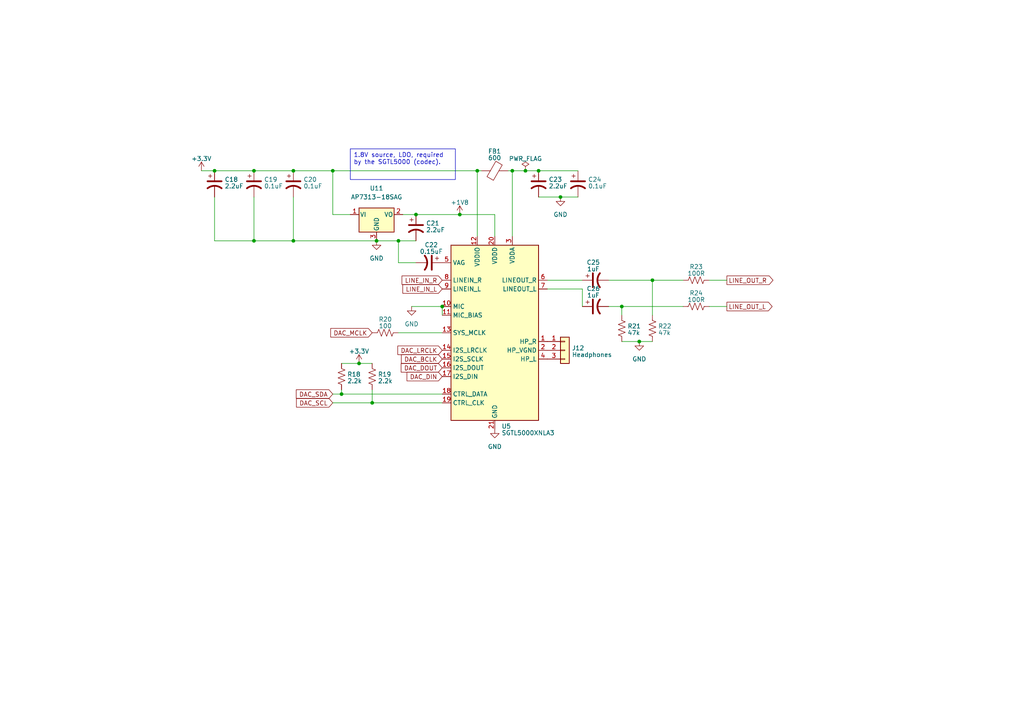
<source format=kicad_sch>
(kicad_sch (version 20250114) (generator "eeschema") (generator_version "9.0")
  (paper "A4")
  (lib_symbols
    (symbol "Audio:SGTL5000XNLA3"
      (property "Reference" "U" (at 0 0 0))
      (property "Value" "SGTL5000XNLA3" (at -5.08 -27.94 0))
      (symbol "SGTL5000XNLA3_0_1"
        (rectangle (start -12.7 25.4) (end 12.7 -25.4) (stroke (width 0.254)) (fill (type background)))
      )
      (symbol "SGTL5000XNLA3_1_1"
        (pin passive line (at -15.24 20.32 0) (length 2.54) (name "VAG") (number "5"))
        (pin input line (at -15.24 15.24 0) (length 2.54) (name "LINEIN_R") (number "8"))
        (pin input line (at -15.24 12.7 0) (length 2.54) (name "LINEIN_L") (number "9"))
        (pin input line (at -15.24 7.62 0) (length 2.54) (name "MIC") (number "10"))
        (pin input line (at -15.24 5.08 0) (length 2.54) (name "MIC_BIAS") (number "11"))
        (pin input line (at -15.24 0 0) (length 2.54) (name "SYS_MCLK") (number "13"))
        (pin input line (at -15.24 -5.08 0) (length 2.54) (name "I2S_LRCLK") (number "14"))
        (pin input line (at -15.24 -7.62 0) (length 2.54) (name "I2S_SCLK") (number "15"))
        (pin output line (at -15.24 -10.16 0) (length 2.54) (name "I2S_DOUT") (number "16"))
        (pin input line (at -15.24 -12.7 0) (length 2.54) (name "I2S_DIN") (number "17"))
        (pin input line (at -15.24 -17.78 0) (length 2.54) (name "CTRL_DATA") (number "18"))
        (pin input line (at -15.24 -20.32 0) (length 2.54) (name "CTRL_CLK") (number "19"))
        (pin power_in line (at -5.08 27.94 270) (length 2.54) (name "VDDIO") (number "12"))
        (pin power_in line (at 0 27.94 270) (length 2.54) (name "VDDD") (number "20"))
        (pin power_in line (at 0 -27.94 90) (length 2.54) (name "GND") (number "21"))
        (pin power_in line (at 5.08 27.94 270) (length 2.54) (name "VDDA") (number "3"))
        (pin output line (at 15.24 15.24 180) (length 2.54) (name "LINEOUT_R") (number "6"))
        (pin output line (at 15.24 12.7 180) (length 2.54) (name "LINEOUT_L") (number "7"))
        (pin output line (at 15.24 -2.54 180) (length 2.54) (name "HP_R") (number "1"))
        (pin power_out line (at 15.24 -5.08 180) (length 2.54) (name "HP_VGND") (number "2"))
        (pin output line (at 15.24 -7.62 180) (length 2.54) (name "HP_L") (number "4"))
      )
    )
    (symbol "Connector_Generic:Conn_01x03" (pin_names (offset 1.016) (hide yes))
      (property "Reference" "J" (at 0 5.08 0))
      (property "Value" "Conn_01x03" (at 0 -5.08 0))
      (symbol "Conn_01x03_1_1"
        (rectangle (start -1.27 3.81) (end 1.27 -3.81) (stroke (width 0.254)) (fill (type background)))
        (rectangle (start -1.27 2.667) (end 0 2.413) (stroke (width 0.1524)))
        (rectangle (start -1.27 0.127) (end 0 -0.127) (stroke (width 0.1524)))
        (rectangle (start -1.27 -2.413) (end 0 -2.667) (stroke (width 0.1524)))
        (pin passive line (at -5.08 2.54 0) (length 3.81) (name "Pin_1") (number "1"))
        (pin passive line (at -5.08 0 0) (length 3.81) (name "Pin_2") (number "2"))
        (pin passive line (at -5.08 -2.54 0) (length 3.81) (name "Pin_3") (number "3"))
      )
    )
    (symbol "Device:C_Polarized_US" (pin_numbers (hide yes)) (pin_names (offset 0.254) (hide yes))
      (property "Reference" "C" (at 0.635 2.54 0))
      (property "Value" "C_Polarized_US" (at 0.635 -2.54 0))
      (symbol "C_Polarized_US_0_1"
        (polyline (pts (xy -2.032 0.762) (xy 2.032 0.762)) (stroke (width 0.508)))
        (polyline (pts (xy -1.778 2.286) (xy -0.762 2.286)))
        (polyline (pts (xy -1.27 1.778) (xy -1.27 2.794)))
        (arc (start -2.032 -1.27) (mid 0 -0.5572) (end 2.032 -1.27) (stroke (width 0.508)))
      )
      (symbol "C_Polarized_US_1_1"
        (pin passive line (at 0 3.81 270) (length 2.794) (name "~") (number "1"))
        (pin passive line (at 0 -3.81 90) (length 3.302) (name "~") (number "2"))
      )
    )
    (symbol "Device:FerriteBead" (pin_numbers (hide yes)) (pin_names (offset 0))
      (property "Reference" "FB" (at -3.81 0.635 90))
      (property "Value" "FerriteBead" (at 3.81 0 90))
      (symbol "FerriteBead_0_1"
        (polyline (pts (xy -2.7686 0.4064) (xy -1.7018 2.2606) (xy 2.7686 -0.3048) (xy 1.6764 -2.159) (xy -2.7686 0.4064)))
        (polyline (pts (xy 0 1.27) (xy 0 1.2954)))
        (polyline (pts (xy 0 -1.27) (xy 0 -1.2192)))
      )
      (symbol "FerriteBead_1_1"
        (pin passive line (at 0 3.81 270) (length 2.54) (name "~") (number "1"))
        (pin passive line (at 0 -3.81 90) (length 2.54) (name "~") (number "2"))
      )
    )
    (symbol "Device:R_US" (pin_numbers (hide yes)) (pin_names (offset 0))
      (property "Reference" "R" (at 2.54 0 90))
      (property "Value" "R_US" (at -2.54 0 90))
      (symbol "R_US_0_1"
        (polyline (pts (xy 0 2.286) (xy 0 2.54)))
        (polyline (pts (xy 0 2.286) (xy 1.016 1.905) (xy 0 1.524) (xy -1.016 1.143) (xy 0 0.762)))
        (polyline (pts (xy 0 0.762) (xy 1.016 0.381) (xy 0 0) (xy -1.016 -0.381) (xy 0 -0.762)))
        (polyline (pts (xy 0 -0.762) (xy 1.016 -1.143) (xy 0 -1.524) (xy -1.016 -1.905) (xy 0 -2.286)))
        (polyline (pts (xy 0 -2.286) (xy 0 -2.54)))
      )
      (symbol "R_US_1_1"
        (pin passive line (at 0 3.81 270) (length 1.27) (name "~") (number "1"))
        (pin passive line (at 0 -3.81 90) (length 1.27) (name "~") (number "2"))
      )
    )
    (symbol "Regulator_Linear:SPX2920M3-3.3_SOT223" (pin_names (offset 0.254))
      (property "Reference" "U4" (at 0 7.62 0))
      (property "Value" "AP7333-33SRG" (at 0 5.08 0))
      (symbol "SPX2920M3-3.3_SOT223_0_1"
        (rectangle (start -5.08 -5.08) (end 5.08 1.905) (stroke (width 0.254)) (fill (type background)))
      )
      (symbol "SPX2920M3-3.3_SOT223_1_1"
        (pin power_in line (at -7.62 0 0) (length 2.54) (name "VI") (number "1"))
        (pin power_in line (at 0 -7.62 90) (length 2.54) (name "GND") (number "3"))
        (pin power_out line (at 7.62 0 180) (length 2.54) (name "VO") (number "2"))
      )
    )
    (symbol "power:+1V8" (power) (pin_names (offset 0))
      (property "Value" "+1V8" (at 0 3.556 0))
      (symbol "+1V8_0_1"
        (polyline (pts (xy -0.762 1.27) (xy 0 2.54)))
        (polyline (pts (xy 0 2.54) (xy 0.762 1.27)))
        (polyline (pts (xy 0 0) (xy 0 2.54)))
      )
      (symbol "+1V8_1_1"
        (pin power_in line (at 0 0 90) (length 0) (hide yes) (name "+1V8") (number "1"))
      )
    )
    (symbol "power:+3.3V" (power) (pin_names (offset 0))
      (property "Value" "+3.3V" (at 0 3.556 0))
      (symbol "+3.3V_0_1"
        (polyline (pts (xy -0.762 1.27) (xy 0 2.54)))
        (polyline (pts (xy 0 2.54) (xy 0.762 1.27)))
        (polyline (pts (xy 0 0) (xy 0 2.54)))
      )
      (symbol "+3.3V_1_1"
        (pin power_in line (at 0 0 90) (length 0) (hide yes) (name "+3.3V") (number "1"))
      )
    )
    (symbol "power:GND" (power) (pin_names (offset 0))
      (property "Value" "GND" (at 0 -3.81 0))
      (symbol "GND_0_1"
        (polyline (pts (xy 0 0) (xy 0 -1.27) (xy 1.27 -1.27) (xy 0 -2.54) (xy -1.27 -1.27) (xy 0 -1.27)))
      )
      (symbol "GND_1_1"
        (pin power_in line (at 0 0 270) (length 0) (hide yes) (name "GND") (number "1"))
      )
    )
    (symbol "power:PWR_FLAG" (power) (pin_numbers (hide yes)) (pin_names (offset 0) (hide yes))
      (property "Value" "PWR_FLAG" (at 0 3.81 0))
      (symbol "PWR_FLAG_0_0"
        (pin power_out line (at 0 0 90) (length 0) (name "pwr") (number "1"))
      )
      (symbol "PWR_FLAG_0_1"
        (polyline (pts (xy 0 0) (xy 0 1.27) (xy -1.016 1.905) (xy 0 2.54) (xy 1.016 1.905) (xy 0 1.27)))
      )
    )
  )
  (text_box "1.8V source, LDO, required by the SGTL5000 (codec)." (at 101.6 43.18 0) (size 30.48 8.89) (margins 0.9525 0.9525 0.9525 0.9525) (effects (font (size 1.27 1.27)) (justify left top)))
  (junction (at 152.4 49.53))
  (junction (at 85.09 49.53))
  (junction (at 138.43 49.53))
  (junction (at 148.59 49.53))
  (junction (at 73.66 49.53))
  (junction (at 120.65 62.23))
  (junction (at 156.21 49.53))
  (junction (at 62.23 49.53))
  (junction (at 185.42 99.06))
  (junction (at 128.27 88.9))
  (junction (at 109.22 69.85))
  (junction (at 107.95 116.84))
  (junction (at 162.56 57.15))
  (junction (at 99.06 114.3))
  (junction (at 115.57 69.85))
  (junction (at 104.14 105.41))
  (junction (at 96.52 49.53))
  (junction (at 189.23 81.28))
  (junction (at 73.66 69.85))
  (junction (at 133.35 62.23))
  (junction (at 180.34 88.9))
  (junction (at 85.09 69.85))
  (wire (pts (xy 62.23 49.53) (xy 73.66 49.53)))
  (wire (pts (xy 116.84 62.23) (xy 120.65 62.23)))
  (wire (pts (xy 180.34 88.9) (xy 180.34 91.44)))
  (wire (pts (xy 143.51 62.23) (xy 143.51 68.58)))
  (wire (pts (xy 133.35 62.23) (xy 143.51 62.23)))
  (wire (pts (xy 120.65 76.2) (xy 115.57 76.2)))
  (wire (pts (xy 58.42 49.53) (xy 62.23 49.53)))
  (wire (pts (xy 180.34 88.9) (xy 198.12 88.9)))
  (wire (pts (xy 148.59 49.53) (xy 148.59 68.58)))
  (wire (pts (xy 148.59 49.53) (xy 152.4 49.53)))
  (wire (pts (xy 115.57 69.85) (xy 120.65 69.85)))
  (wire (pts (xy 109.22 69.85) (xy 115.57 69.85)))
  (wire (pts (xy 189.23 81.28) (xy 189.23 91.44)))
  (wire (pts (xy 162.56 57.15) (xy 167.64 57.15)))
  (wire (pts (xy 176.53 81.28) (xy 189.23 81.28)))
  (wire (pts (xy 107.95 113.03) (xy 107.95 116.84)))
  (wire (pts (xy 147.32 49.53) (xy 148.59 49.53)))
  (wire (pts (xy 115.57 96.52) (xy 128.27 96.52)))
  (wire (pts (xy 85.09 57.15) (xy 85.09 69.85)))
  (wire (pts (xy 99.06 113.03) (xy 99.06 114.3)))
  (wire (pts (xy 73.66 49.53) (xy 85.09 49.53)))
  (wire (pts (xy 62.23 69.85) (xy 73.66 69.85)))
  (wire (pts (xy 168.91 88.9) (xy 168.91 83.82)))
  (wire (pts (xy 158.75 83.82) (xy 168.91 83.82)))
  (wire (pts (xy 128.27 88.9) (xy 128.27 91.44)))
  (wire (pts (xy 101.6 62.23) (xy 96.52 62.23)))
  (wire (pts (xy 119.38 88.9) (xy 128.27 88.9)))
  (wire (pts (xy 115.57 76.2) (xy 115.57 69.85)))
  (wire (pts (xy 73.66 69.85) (xy 85.09 69.85)))
  (wire (pts (xy 96.52 62.23) (xy 96.52 49.53)))
  (wire (pts (xy 104.14 105.41) (xy 107.95 105.41)))
  (wire (pts (xy 107.95 116.84) (xy 128.27 116.84)))
  (wire (pts (xy 96.52 49.53) (xy 138.43 49.53)))
  (wire (pts (xy 138.43 49.53) (xy 139.7 49.53)))
  (wire (pts (xy 120.65 62.23) (xy 133.35 62.23)))
  (wire (pts (xy 73.66 57.15) (xy 73.66 69.85)))
  (wire (pts (xy 156.21 57.15) (xy 162.56 57.15)))
  (wire (pts (xy 156.21 49.53) (xy 167.64 49.53)))
  (wire (pts (xy 85.09 49.53) (xy 96.52 49.53)))
  (wire (pts (xy 205.74 88.9) (xy 210.82 88.9)))
  (wire (pts (xy 96.52 114.3) (xy 99.06 114.3)))
  (wire (pts (xy 138.43 68.58) (xy 138.43 49.53)))
  (wire (pts (xy 185.42 99.06) (xy 189.23 99.06)))
  (wire (pts (xy 152.4 49.53) (xy 156.21 49.53)))
  (wire (pts (xy 85.09 69.85) (xy 109.22 69.85)))
  (wire (pts (xy 176.53 88.9) (xy 180.34 88.9)))
  (wire (pts (xy 205.74 81.28) (xy 210.82 81.28)))
  (wire (pts (xy 189.23 81.28) (xy 198.12 81.28)))
  (wire (pts (xy 158.75 81.28) (xy 168.91 81.28)))
  (wire (pts (xy 180.34 99.06) (xy 185.42 99.06)))
  (wire (pts (xy 99.06 114.3) (xy 128.27 114.3)))
  (wire (pts (xy 96.52 116.84) (xy 107.95 116.84)))
  (wire (pts (xy 99.06 105.41) (xy 104.14 105.41)))
  (wire (pts (xy 62.23 57.15) (xy 62.23 69.85)))
  (global_label "LINE_IN_L" (shape input) (at 128.27 83.82 180) (property "Intersheetrefs" "${INTERSHEET_REFS}" (effects (hide yes))))
  (global_label "LINE_OUT_L" (shape output) (at 210.82 88.9 0) (property "Intersheetrefs" "${INTERSHEET_REFS}" (effects (hide yes))))
  (global_label "DAC_SCL" (shape input) (at 96.52 116.84 180) (property "Intersheetrefs" "${INTERSHEET_REFS}" (effects (hide yes))))
  (global_label "LINE_OUT_R" (shape output) (at 210.82 81.28 0) (property "Intersheetrefs" "${INTERSHEET_REFS}" (effects (hide yes))))
  (global_label "DAC_MCLK" (shape input) (at 107.95 96.52 180) (property "Intersheetrefs" "${INTERSHEET_REFS}" (effects (hide yes))))
  (global_label "DAC_DIN" (shape input) (at 128.27 109.22 180) (property "Intersheetrefs" "${INTERSHEET_REFS}" (effects (hide yes))))
  (global_label "DAC_LRCLK" (shape input) (at 128.27 101.6 180) (property "Intersheetrefs" "${INTERSHEET_REFS}" (effects (hide yes))))
  (global_label "LINE_IN_R" (shape input) (at 128.27 81.28 180) (property "Intersheetrefs" "${INTERSHEET_REFS}" (effects (hide yes))))
  (global_label "DAC_DOUT" (shape input) (at 128.27 106.68 180) (property "Intersheetrefs" "${INTERSHEET_REFS}" (effects (hide yes))))
  (global_label "DAC_BCLK" (shape input) (at 128.27 104.14 180) (property "Intersheetrefs" "${INTERSHEET_REFS}" (effects (hide yes))))
  (global_label "DAC_SDA" (shape input) (at 96.52 114.3 180) (property "Intersheetrefs" "${INTERSHEET_REFS}" (effects (hide yes))))
  (symbol (lib_id "Device:FerriteBead") (at 143.51 49.53 90) (unit 1)
    (property "Reference" "FB1" (at 143.4592 43.8785 90))
    (property "Value" "600" (at 143.4592 45.7995 90))
    (property "Footprint" "Inductor_SMD:L_0603_1608Metric" (effects (hide yes)))
  )
  (symbol (lib_id "power:GND") (at 143.51 124.46 0) (unit 1)
    (property "Reference" "#PWR036" (effects (hide yes)))
    (property "Value" "GND" (at 143.51 129.54 0))
    (instances (project "dk2_01" (path "" (reference "#PWR044") (unit 1))) (project "stomp_00" (path "" (reference "#PWR02") (unit 1)) (path "" (reference "#PWR02") (unit 1)) (path "" (reference "#PWR036") (unit 1))))
  )
  (symbol (lib_id "power:PWR_FLAG") (at 152.4 49.53 0) (unit 1)
    (property "Reference" "#FLG04" (effects (hide yes)))
    (property "Value" "PWR_FLAG" (at 152.4 46.0281 0))
  )
  (symbol (lib_id "Device:C_Polarized_US") (at 120.65 66.04 0) (unit 1)
    (property "Reference" "C21" (at 123.571 64.7613 0) (effects (justify left)))
    (property "Value" "2.2uF" (at 123.571 66.6823 0) (effects (justify left)))
    (property "Footprint" "Capacitor_SMD:C_0603_1608Metric" (effects (hide yes)))
  )
  (symbol (lib_id "Device:C_Polarized_US") (at 167.64 53.34 0) (unit 1)
    (property "Reference" "C24" (at 170.561 52.0613 0) (effects (justify left)))
    (property "Value" "0.1uF" (at 170.561 53.9823 0) (effects (justify left)))
    (property "Footprint" "Capacitor_SMD:C_0603_1608Metric" (effects (hide yes)))
  )
  (symbol (lib_id "Device:C_Polarized_US") (at 156.21 53.34 0) (unit 1)
    (property "Reference" "C23" (at 159.131 52.0613 0) (effects (justify left)))
    (property "Value" "2.2uF" (at 159.131 53.9823 0) (effects (justify left)))
    (property "Footprint" "Capacitor_SMD:C_0603_1608Metric" (effects (hide yes)))
  )
  (symbol (lib_id "Device:C_Polarized_US") (at 124.46 76.2 270) (unit 1)
    (property "Reference" "C22" (at 125.095 71.0311 90))
    (property "Value" "0.15uF" (at 125.095 72.9521 90))
    (property "Footprint" "Capacitor_SMD:C_0603_1608Metric" (effects (hide yes)))
  )
  (symbol (lib_id "Device:R_US") (at 180.34 95.25 180) (unit 1)
    (property "Reference" "R21" (at 181.991 94.6063 0) (effects (justify right)))
    (property "Value" "47k" (at 181.991 96.5273 0) (effects (justify right)))
    (property "Footprint" "Resistor_SMD:R_0603_1608Metric" (effects (hide yes)))
  )
  (symbol (lib_id "Regulator_Linear:SPX2920M3-3.3_SOT223") (at 109.22 62.23 0) (unit 1)
    (property "Reference" "U4" (at 109.22 54.61 0))
    (property "Value" "AP7313-18SAG" (at 109.22 57.15 0))
    (property "Footprint" "Package_TO_SOT_SMD:SOT-23" (effects (hide yes)))
    (property "Datasheet" "http://www.zlgmcu.com/Sipex/LDO/PDF/spx2920.pdf" (effects (hide yes)))
    (instances (project "dk2_01" (path "" (reference "U11") (unit 1))) (project "stomp_00" (path "" (reference "U5") (unit 1)) (path "" (reference "U5") (unit 1)) (path "" (reference "U4") (unit 1))))
  )
  (symbol (lib_id "power:GND") (at 185.42 99.06 0) (unit 1)
    (property "Reference" "#PWR038" (effects (hide yes)))
    (property "Value" "GND" (at 185.42 104.14 0))
    (instances (project "dk2_01" (path "" (reference "#PWR044") (unit 1))) (project "stomp_00" (path "" (reference "#PWR02") (unit 1)) (path "" (reference "#PWR02") (unit 1)) (path "" (reference "#PWR038") (unit 1))))
  )
  (symbol (lib_id "power:GND") (at 162.56 57.15 0) (unit 1)
    (property "Reference" "#PWR037" (effects (hide yes)))
    (property "Value" "GND" (at 162.56 62.23 0))
    (instances (project "dk2_01" (path "" (reference "#PWR044") (unit 1))) (project "stomp_00" (path "" (reference "#PWR02") (unit 1)) (path "" (reference "#PWR02") (unit 1)) (path "" (reference "#PWR037") (unit 1))))
  )
  (symbol (lib_id "Device:C_Polarized_US") (at 172.72 81.28 90) (mirror x) (unit 1)
    (property "Reference" "C25" (at 172.085 76.1111 90))
    (property "Value" "1uF" (at 172.085 78.0321 90))
    (property "Footprint" "Capacitor_SMD:C_0603_1608Metric" (effects (hide yes)))
  )
  (symbol (lib_id "power:GND") (at 119.38 88.9 0) (unit 1)
    (property "Reference" "#PWR034" (effects (hide yes)))
    (property "Value" "GND" (at 119.38 93.98 0))
    (instances (project "dk2_01" (path "" (reference "#PWR044") (unit 1))) (project "stomp_00" (path "" (reference "#PWR02") (unit 1)) (path "" (reference "#PWR02") (unit 1)) (path "" (reference "#PWR034") (unit 1))))
  )
  (symbol (lib_id "Device:R_US") (at 111.76 96.52 270) (unit 1)
    (property "Reference" "R20" (at 111.76 92.6211 90))
    (property "Value" "100" (at 111.76 94.5421 90))
    (property "Footprint" "Resistor_SMD:R_0603_1608Metric" (effects (hide yes)))
  )
  (symbol (lib_id "Device:R_US") (at 189.23 95.25 180) (unit 1)
    (property "Reference" "R22" (at 190.881 94.6063 0) (effects (justify right)))
    (property "Value" "47k" (at 190.881 96.5273 0) (effects (justify right)))
    (property "Footprint" "Resistor_SMD:R_0603_1608Metric" (effects (hide yes)))
  )
  (symbol (lib_id "power:+3.3V") (at 104.14 105.41 0) (unit 1)
    (property "Reference" "#PWR032" (effects (hide yes)))
    (property "Value" "+3.3V" (at 104.14 101.9081 0))
  )
  (symbol (lib_id "Device:R_US") (at 107.95 109.22 180) (unit 1)
    (property "Reference" "R19" (at 109.601 108.5763 0) (effects (justify right)))
    (property "Value" "2.2k" (at 109.601 110.4973 0) (effects (justify right)))
    (property "Footprint" "Resistor_SMD:R_0603_1608Metric" (effects (hide yes)))
  )
  (symbol (lib_id "Device:C_Polarized_US") (at 73.66 53.34 0) (unit 1)
    (property "Reference" "C19" (at 76.581 52.0613 0) (effects (justify left)))
    (property "Value" "0.1uF" (at 76.581 53.9823 0) (effects (justify left)))
    (property "Footprint" "Capacitor_SMD:C_0603_1608Metric" (effects (hide yes)))
  )
  (symbol (lib_id "Device:C_Polarized_US") (at 62.23 53.34 0) (unit 1)
    (property "Reference" "C18" (at 65.151 52.0613 0) (effects (justify left)))
    (property "Value" "2.2uF" (at 65.151 53.9823 0) (effects (justify left)))
    (property "Footprint" "Capacitor_SMD:C_0603_1608Metric" (effects (hide yes)))
  )
  (symbol (lib_id "power:+1V8") (at 133.35 62.23 0) (unit 1)
    (property "Reference" "#PWR035" (effects (hide yes)))
    (property "Value" "+1V8" (at 133.35 58.7281 0))
    (instances (project "stomp_00" (path "" (reference "#PWR03") (unit 1)) (path "" (reference "#PWR035") (unit 1))))
  )
  (symbol (lib_id "Device:C_Polarized_US") (at 85.09 53.34 0) (unit 1)
    (property "Reference" "C20" (at 88.011 52.0613 0) (effects (justify left)))
    (property "Value" "0.1uF" (at 88.011 53.9823 0) (effects (justify left)))
    (property "Footprint" "Capacitor_SMD:C_0603_1608Metric" (effects (hide yes)))
  )
  (symbol (lib_id "Device:R_US") (at 99.06 109.22 180) (unit 1)
    (property "Reference" "R18" (at 100.711 108.5763 0) (effects (justify right)))
    (property "Value" "2.2k" (at 100.711 110.4973 0) (effects (justify right)))
    (property "Footprint" "Resistor_SMD:R_0603_1608Metric" (effects (hide yes)))
  )
  (symbol (lib_id "Device:C_Polarized_US") (at 172.72 88.9 90) (mirror x) (unit 1)
    (property "Reference" "C26" (at 172.085 83.7311 90))
    (property "Value" "1uF" (at 172.085 85.6521 90))
    (property "Footprint" "Capacitor_SMD:C_0603_1608Metric" (effects (hide yes)))
  )
  (symbol (lib_id "Connector_Generic:Conn_01x03") (at 163.83 101.6 0) (unit 1)
    (property "Reference" "J12" (at 165.862 100.9563 0) (effects (justify left)))
    (property "Value" "Headphones" (at 165.862 102.8773 0) (effects (justify left)))
    (property "Footprint" "Connector_PinHeader_2.54mm:PinHeader_1x03_P2.54mm_Vertical" (effects (hide yes)))
  )
  (symbol (lib_id "Device:R_US") (at 201.93 88.9 270) (unit 1)
    (property "Reference" "R24" (at 201.93 85.0011 90))
    (property "Value" "100R" (at 201.93 86.9221 90))
    (property "Footprint" "Resistor_SMD:R_0603_1608Metric" (effects (hide yes)))
  )
  (symbol (lib_id "Audio:SGTL5000XNLA3") (at 143.51 96.52 0) (unit 1)
    (property "Reference" "U5" (at 145.4659 123.6425 0) (effects (justify left)))
    (property "Value" "SGTL5000XNLA3" (at 145.4659 125.5635 0) (effects (justify left)))
    (property "Footprint" "Package_DFN_QFN:QFN-20-1EP_3x3mm_P0.4mm_EP1.65x1.65mm" (effects (hide yes)))
    (property "Datasheet" "https://www.nxp.com/docs/en/data-sheet/SGTL5000.pdf" (effects (hide yes)))
  )
  (symbol (lib_id "Device:R_US") (at 201.93 81.28 270) (unit 1)
    (property "Reference" "R23" (at 201.93 77.3811 90))
    (property "Value" "100R" (at 201.93 79.3021 90))
    (property "Footprint" "Resistor_SMD:R_0603_1608Metric" (effects (hide yes)))
  )
  (symbol (lib_id "power:GND") (at 109.22 69.85 0) (unit 1)
    (property "Reference" "#PWR033" (effects (hide yes)))
    (property "Value" "GND" (at 109.22 74.93 0))
    (instances (project "dk2_01" (path "" (reference "#PWR044") (unit 1))) (project "stomp_00" (path "" (reference "#PWR02") (unit 1)) (path "" (reference "#PWR02") (unit 1)) (path "" (reference "#PWR033") (unit 1))))
  )
  (symbol (lib_id "power:+3.3V") (at 58.42 49.53 0) (unit 1)
    (property "Reference" "#PWR031" (effects (hide yes)))
    (property "Value" "+3.3V" (at 58.42 46.0281 0))
    (instances (project "stomp_00" (path "" (reference "#PWR01") (unit 1)) (path "" (reference "#PWR031") (unit 1))))
  )
)
</source>
